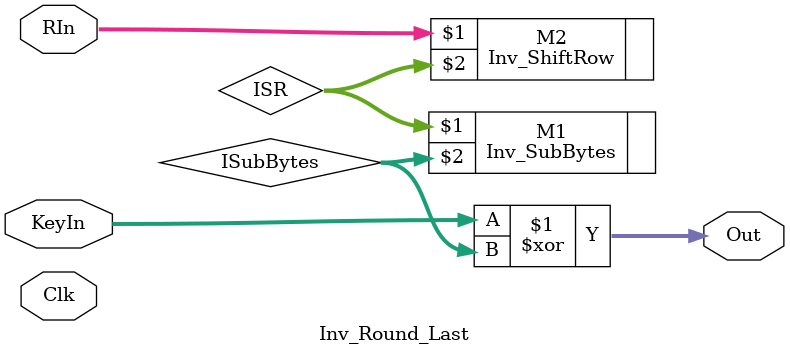
<source format=v>
module Inv_Round_Last(Clk,RIn,KeyIn,Out);
  input Clk;
  input [127:0]RIn;
  input [127:0]KeyIn;
  output [127:0]Out;
  wire [127:0] ISubBytes,ISR;
  
//  KeyGeneration M0(Round_Count,KeyLastIn,Key_Out);


  Inv_ShiftRow M2(RIn,ISR);
  Inv_SubBytes M1(ISR,ISubBytes);  
  assign Out= KeyIn^ISubBytes;
  
endmodule
</source>
